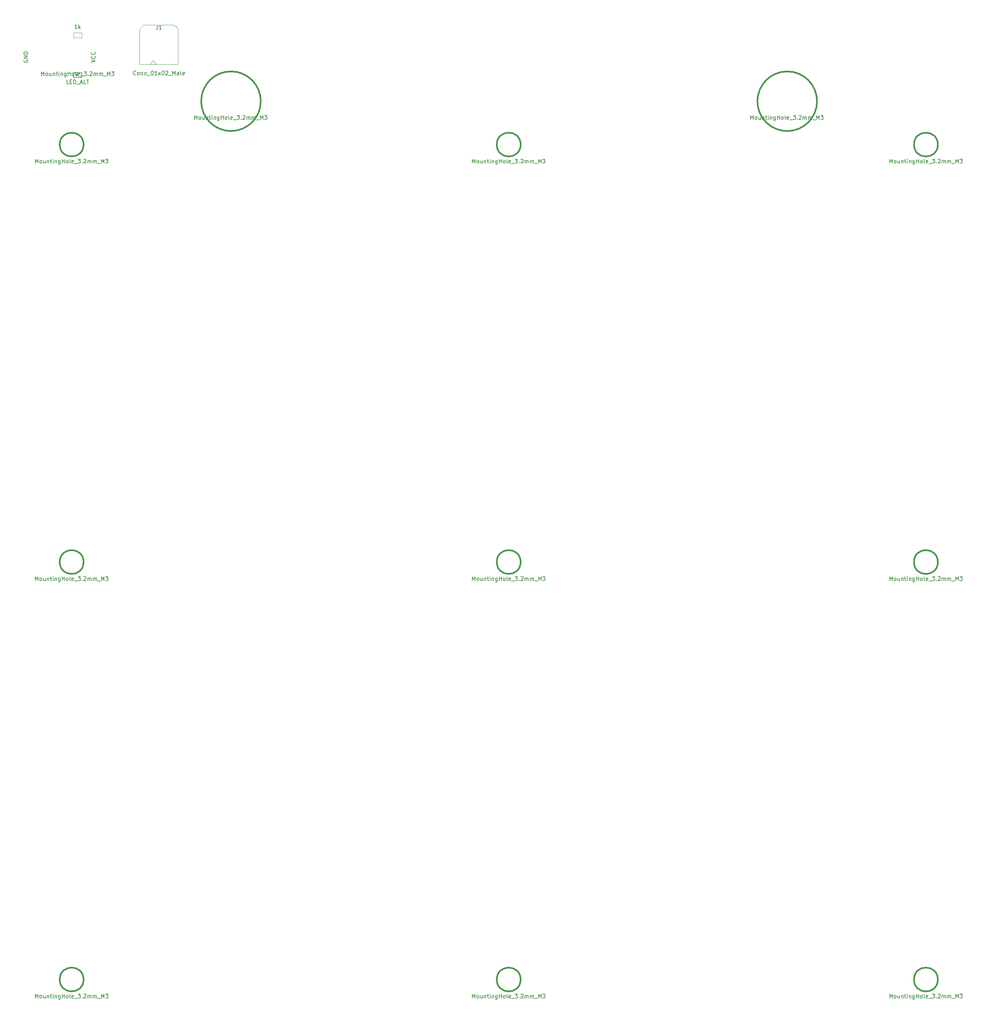
<source format=gbr>
%TF.GenerationSoftware,KiCad,Pcbnew,5.1.5*%
%TF.CreationDate,2020-05-06T17:45:38-07:00*%
%TF.ProjectId,Heatbed-MK52,48656174-6265-4642-9d4d-4b35322e6b69,rev?*%
%TF.SameCoordinates,Original*%
%TF.FileFunction,Other,Fab,Top*%
%FSLAX46Y46*%
G04 Gerber Fmt 4.6, Leading zero omitted, Abs format (unit mm)*
G04 Created by KiCad (PCBNEW 5.1.5) date 2020-05-06 17:45:38*
%MOMM*%
%LPD*%
G04 APERTURE LIST*
%ADD10C,0.400000*%
%ADD11C,0.150000*%
%ADD12C,0.100000*%
G04 APERTURE END LIST*
D10*
X204600000Y230900000D02*
G75*
G03X204600000Y230900000I-7500000J0D01*
G01*
X64600000Y230900000D02*
G75*
G03X64600000Y230900000I-7500000J0D01*
G01*
X130000000Y10000000D02*
G75*
G03X130000000Y10000000I-3000000J0D01*
G01*
X20000000Y115000000D02*
G75*
G03X20000000Y115000000I-3000000J0D01*
G01*
X235000000Y115000000D02*
G75*
G03X235000000Y115000000I-3000000J0D01*
G01*
X130000000Y115000000D02*
G75*
G03X130000000Y115000000I-3000000J0D01*
G01*
X130000000Y220000000D02*
G75*
G03X130000000Y220000000I-3000000J0D01*
G01*
X235000000Y10000000D02*
G75*
G03X235000000Y10000000I-3000000J0D01*
G01*
X20000000Y10000000D02*
G75*
G03X20000000Y10000000I-3000000J0D01*
G01*
X235000000Y220000000D02*
G75*
G03X235000000Y220000000I-3000000J0D01*
G01*
X20000000Y220000000D02*
G75*
G03X20000000Y220000000I-3000000J0D01*
G01*
D11*
%TO.C,D1*%
X17500000Y238100000D02*
X17500000Y236900000D01*
X17500000Y236900000D02*
X19500000Y236900000D01*
X19500000Y236900000D02*
X19500000Y238100000D01*
X19500000Y238100000D02*
X17500000Y238100000D01*
X18500000Y237800000D02*
X18500000Y237200000D01*
X18500000Y237200000D02*
X18200000Y237500000D01*
X18200000Y237500000D02*
X18500000Y237800000D01*
X18100000Y237800000D02*
X18100000Y237200000D01*
D12*
%TO.C,R1*%
X19500000Y248125000D02*
X19500000Y246875000D01*
X17500000Y248125000D02*
X19500000Y248125000D01*
X17500000Y246875000D02*
X17500000Y248125000D01*
X19500000Y246875000D02*
X17500000Y246875000D01*
%TO.C,J1*%
X34145000Y240210000D02*
X34145000Y249110000D01*
X34145000Y249110000D02*
X35145000Y250110000D01*
X35145000Y250110000D02*
X42795000Y250110000D01*
X42795000Y250110000D02*
X43795000Y249110000D01*
X43795000Y249110000D02*
X43795000Y240210000D01*
X43795000Y240210000D02*
X34145000Y240210000D01*
X36720000Y240210000D02*
X37470000Y241190000D01*
X37470000Y241190000D02*
X38220000Y240210000D01*
%TD*%
%TO.C,REF\002A\002A*%
D11*
X222880952Y5347619D02*
X222880952Y6347619D01*
X223214285Y5633333D01*
X223547619Y6347619D01*
X223547619Y5347619D01*
X224166666Y5347619D02*
X224071428Y5395238D01*
X224023809Y5442857D01*
X223976190Y5538095D01*
X223976190Y5823809D01*
X224023809Y5919047D01*
X224071428Y5966666D01*
X224166666Y6014285D01*
X224309523Y6014285D01*
X224404761Y5966666D01*
X224452380Y5919047D01*
X224500000Y5823809D01*
X224500000Y5538095D01*
X224452380Y5442857D01*
X224404761Y5395238D01*
X224309523Y5347619D01*
X224166666Y5347619D01*
X225357142Y6014285D02*
X225357142Y5347619D01*
X224928571Y6014285D02*
X224928571Y5490476D01*
X224976190Y5395238D01*
X225071428Y5347619D01*
X225214285Y5347619D01*
X225309523Y5395238D01*
X225357142Y5442857D01*
X225833333Y6014285D02*
X225833333Y5347619D01*
X225833333Y5919047D02*
X225880952Y5966666D01*
X225976190Y6014285D01*
X226119047Y6014285D01*
X226214285Y5966666D01*
X226261904Y5871428D01*
X226261904Y5347619D01*
X226595238Y6014285D02*
X226976190Y6014285D01*
X226738095Y6347619D02*
X226738095Y5490476D01*
X226785714Y5395238D01*
X226880952Y5347619D01*
X226976190Y5347619D01*
X227309523Y5347619D02*
X227309523Y6014285D01*
X227309523Y6347619D02*
X227261904Y6300000D01*
X227309523Y6252380D01*
X227357142Y6300000D01*
X227309523Y6347619D01*
X227309523Y6252380D01*
X227785714Y6014285D02*
X227785714Y5347619D01*
X227785714Y5919047D02*
X227833333Y5966666D01*
X227928571Y6014285D01*
X228071428Y6014285D01*
X228166666Y5966666D01*
X228214285Y5871428D01*
X228214285Y5347619D01*
X229119047Y6014285D02*
X229119047Y5204761D01*
X229071428Y5109523D01*
X229023809Y5061904D01*
X228928571Y5014285D01*
X228785714Y5014285D01*
X228690476Y5061904D01*
X229119047Y5395238D02*
X229023809Y5347619D01*
X228833333Y5347619D01*
X228738095Y5395238D01*
X228690476Y5442857D01*
X228642857Y5538095D01*
X228642857Y5823809D01*
X228690476Y5919047D01*
X228738095Y5966666D01*
X228833333Y6014285D01*
X229023809Y6014285D01*
X229119047Y5966666D01*
X229595238Y5347619D02*
X229595238Y6347619D01*
X229595238Y5871428D02*
X230166666Y5871428D01*
X230166666Y5347619D02*
X230166666Y6347619D01*
X230785714Y5347619D02*
X230690476Y5395238D01*
X230642857Y5442857D01*
X230595238Y5538095D01*
X230595238Y5823809D01*
X230642857Y5919047D01*
X230690476Y5966666D01*
X230785714Y6014285D01*
X230928571Y6014285D01*
X231023809Y5966666D01*
X231071428Y5919047D01*
X231119047Y5823809D01*
X231119047Y5538095D01*
X231071428Y5442857D01*
X231023809Y5395238D01*
X230928571Y5347619D01*
X230785714Y5347619D01*
X231690476Y5347619D02*
X231595238Y5395238D01*
X231547619Y5490476D01*
X231547619Y6347619D01*
X232452380Y5395238D02*
X232357142Y5347619D01*
X232166666Y5347619D01*
X232071428Y5395238D01*
X232023809Y5490476D01*
X232023809Y5871428D01*
X232071428Y5966666D01*
X232166666Y6014285D01*
X232357142Y6014285D01*
X232452380Y5966666D01*
X232500000Y5871428D01*
X232500000Y5776190D01*
X232023809Y5680952D01*
X232690476Y5252380D02*
X233452380Y5252380D01*
X233595238Y6347619D02*
X234214285Y6347619D01*
X233880952Y5966666D01*
X234023809Y5966666D01*
X234119047Y5919047D01*
X234166666Y5871428D01*
X234214285Y5776190D01*
X234214285Y5538095D01*
X234166666Y5442857D01*
X234119047Y5395238D01*
X234023809Y5347619D01*
X233738095Y5347619D01*
X233642857Y5395238D01*
X233595238Y5442857D01*
X234642857Y5442857D02*
X234690476Y5395238D01*
X234642857Y5347619D01*
X234595238Y5395238D01*
X234642857Y5442857D01*
X234642857Y5347619D01*
X235071428Y6252380D02*
X235119047Y6300000D01*
X235214285Y6347619D01*
X235452380Y6347619D01*
X235547619Y6300000D01*
X235595238Y6252380D01*
X235642857Y6157142D01*
X235642857Y6061904D01*
X235595238Y5919047D01*
X235023809Y5347619D01*
X235642857Y5347619D01*
X236071428Y5347619D02*
X236071428Y6014285D01*
X236071428Y5919047D02*
X236119047Y5966666D01*
X236214285Y6014285D01*
X236357142Y6014285D01*
X236452380Y5966666D01*
X236500000Y5871428D01*
X236500000Y5347619D01*
X236500000Y5871428D02*
X236547619Y5966666D01*
X236642857Y6014285D01*
X236785714Y6014285D01*
X236880952Y5966666D01*
X236928571Y5871428D01*
X236928571Y5347619D01*
X237404761Y5347619D02*
X237404761Y6014285D01*
X237404761Y5919047D02*
X237452380Y5966666D01*
X237547619Y6014285D01*
X237690476Y6014285D01*
X237785714Y5966666D01*
X237833333Y5871428D01*
X237833333Y5347619D01*
X237833333Y5871428D02*
X237880952Y5966666D01*
X237976190Y6014285D01*
X238119047Y6014285D01*
X238214285Y5966666D01*
X238261904Y5871428D01*
X238261904Y5347619D01*
X238500000Y5252380D02*
X239261904Y5252380D01*
X239500000Y5347619D02*
X239500000Y6347619D01*
X239833333Y5633333D01*
X240166666Y6347619D01*
X240166666Y5347619D01*
X240547619Y6347619D02*
X241166666Y6347619D01*
X240833333Y5966666D01*
X240976190Y5966666D01*
X241071428Y5919047D01*
X241119047Y5871428D01*
X241166666Y5776190D01*
X241166666Y5538095D01*
X241119047Y5442857D01*
X241071428Y5395238D01*
X240976190Y5347619D01*
X240690476Y5347619D01*
X240595238Y5395238D01*
X240547619Y5442857D01*
X117880952Y5347619D02*
X117880952Y6347619D01*
X118214285Y5633333D01*
X118547619Y6347619D01*
X118547619Y5347619D01*
X119166666Y5347619D02*
X119071428Y5395238D01*
X119023809Y5442857D01*
X118976190Y5538095D01*
X118976190Y5823809D01*
X119023809Y5919047D01*
X119071428Y5966666D01*
X119166666Y6014285D01*
X119309523Y6014285D01*
X119404761Y5966666D01*
X119452380Y5919047D01*
X119499999Y5823809D01*
X119499999Y5538095D01*
X119452380Y5442857D01*
X119404761Y5395238D01*
X119309523Y5347619D01*
X119166666Y5347619D01*
X120357142Y6014285D02*
X120357142Y5347619D01*
X119928571Y6014285D02*
X119928571Y5490476D01*
X119976190Y5395238D01*
X120071428Y5347619D01*
X120214285Y5347619D01*
X120309523Y5395238D01*
X120357142Y5442857D01*
X120833333Y6014285D02*
X120833333Y5347619D01*
X120833333Y5919047D02*
X120880952Y5966666D01*
X120976190Y6014285D01*
X121119047Y6014285D01*
X121214285Y5966666D01*
X121261904Y5871428D01*
X121261904Y5347619D01*
X121595238Y6014285D02*
X121976190Y6014285D01*
X121738095Y6347619D02*
X121738095Y5490476D01*
X121785714Y5395238D01*
X121880952Y5347619D01*
X121976190Y5347619D01*
X122309523Y5347619D02*
X122309523Y6014285D01*
X122309523Y6347619D02*
X122261904Y6300000D01*
X122309523Y6252380D01*
X122357142Y6300000D01*
X122309523Y6347619D01*
X122309523Y6252380D01*
X122785714Y6014285D02*
X122785714Y5347619D01*
X122785714Y5919047D02*
X122833333Y5966666D01*
X122928571Y6014285D01*
X123071428Y6014285D01*
X123166666Y5966666D01*
X123214285Y5871428D01*
X123214285Y5347619D01*
X124119047Y6014285D02*
X124119047Y5204761D01*
X124071428Y5109523D01*
X124023809Y5061904D01*
X123928571Y5014285D01*
X123785714Y5014285D01*
X123690476Y5061904D01*
X124119047Y5395238D02*
X124023809Y5347619D01*
X123833333Y5347619D01*
X123738095Y5395238D01*
X123690476Y5442857D01*
X123642857Y5538095D01*
X123642857Y5823809D01*
X123690476Y5919047D01*
X123738095Y5966666D01*
X123833333Y6014285D01*
X124023809Y6014285D01*
X124119047Y5966666D01*
X124595238Y5347619D02*
X124595238Y6347619D01*
X124595238Y5871428D02*
X125166666Y5871428D01*
X125166666Y5347619D02*
X125166666Y6347619D01*
X125785714Y5347619D02*
X125690476Y5395238D01*
X125642857Y5442857D01*
X125595238Y5538095D01*
X125595238Y5823809D01*
X125642857Y5919047D01*
X125690476Y5966666D01*
X125785714Y6014285D01*
X125928571Y6014285D01*
X126023809Y5966666D01*
X126071428Y5919047D01*
X126119047Y5823809D01*
X126119047Y5538095D01*
X126071428Y5442857D01*
X126023809Y5395238D01*
X125928571Y5347619D01*
X125785714Y5347619D01*
X126690476Y5347619D02*
X126595238Y5395238D01*
X126547619Y5490476D01*
X126547619Y6347619D01*
X127452380Y5395238D02*
X127357142Y5347619D01*
X127166666Y5347619D01*
X127071428Y5395238D01*
X127023809Y5490476D01*
X127023809Y5871428D01*
X127071428Y5966666D01*
X127166666Y6014285D01*
X127357142Y6014285D01*
X127452380Y5966666D01*
X127499999Y5871428D01*
X127499999Y5776190D01*
X127023809Y5680952D01*
X127690476Y5252380D02*
X128452380Y5252380D01*
X128595238Y6347619D02*
X129214285Y6347619D01*
X128880952Y5966666D01*
X129023809Y5966666D01*
X129119047Y5919047D01*
X129166666Y5871428D01*
X129214285Y5776190D01*
X129214285Y5538095D01*
X129166666Y5442857D01*
X129119047Y5395238D01*
X129023809Y5347619D01*
X128738095Y5347619D01*
X128642857Y5395238D01*
X128595238Y5442857D01*
X129642857Y5442857D02*
X129690476Y5395238D01*
X129642857Y5347619D01*
X129595238Y5395238D01*
X129642857Y5442857D01*
X129642857Y5347619D01*
X130071428Y6252380D02*
X130119047Y6300000D01*
X130214285Y6347619D01*
X130452380Y6347619D01*
X130547619Y6300000D01*
X130595238Y6252380D01*
X130642857Y6157142D01*
X130642857Y6061904D01*
X130595238Y5919047D01*
X130023809Y5347619D01*
X130642857Y5347619D01*
X131071428Y5347619D02*
X131071428Y6014285D01*
X131071428Y5919047D02*
X131119047Y5966666D01*
X131214285Y6014285D01*
X131357142Y6014285D01*
X131452380Y5966666D01*
X131499999Y5871428D01*
X131499999Y5347619D01*
X131499999Y5871428D02*
X131547619Y5966666D01*
X131642857Y6014285D01*
X131785714Y6014285D01*
X131880952Y5966666D01*
X131928571Y5871428D01*
X131928571Y5347619D01*
X132404761Y5347619D02*
X132404761Y6014285D01*
X132404761Y5919047D02*
X132452380Y5966666D01*
X132547619Y6014285D01*
X132690476Y6014285D01*
X132785714Y5966666D01*
X132833333Y5871428D01*
X132833333Y5347619D01*
X132833333Y5871428D02*
X132880952Y5966666D01*
X132976190Y6014285D01*
X133119047Y6014285D01*
X133214285Y5966666D01*
X133261904Y5871428D01*
X133261904Y5347619D01*
X133499999Y5252380D02*
X134261904Y5252380D01*
X134500000Y5347619D02*
X134500000Y6347619D01*
X134833333Y5633333D01*
X135166666Y6347619D01*
X135166666Y5347619D01*
X135547619Y6347619D02*
X136166666Y6347619D01*
X135833333Y5966666D01*
X135976190Y5966666D01*
X136071428Y5919047D01*
X136119047Y5871428D01*
X136166666Y5776190D01*
X136166666Y5538095D01*
X136119047Y5442857D01*
X136071428Y5395238D01*
X135976190Y5347619D01*
X135690476Y5347619D01*
X135595238Y5395238D01*
X135547619Y5442857D01*
X7880952Y5347619D02*
X7880952Y6347619D01*
X8214285Y5633333D01*
X8547619Y6347619D01*
X8547619Y5347619D01*
X9166666Y5347619D02*
X9071428Y5395238D01*
X9023809Y5442857D01*
X8976190Y5538095D01*
X8976190Y5823809D01*
X9023809Y5919047D01*
X9071428Y5966666D01*
X9166666Y6014285D01*
X9309523Y6014285D01*
X9404761Y5966666D01*
X9452380Y5919047D01*
X9499999Y5823809D01*
X9499999Y5538095D01*
X9452380Y5442857D01*
X9404761Y5395238D01*
X9309523Y5347619D01*
X9166666Y5347619D01*
X10357142Y6014285D02*
X10357142Y5347619D01*
X9928571Y6014285D02*
X9928571Y5490476D01*
X9976190Y5395238D01*
X10071428Y5347619D01*
X10214285Y5347619D01*
X10309523Y5395238D01*
X10357142Y5442857D01*
X10833333Y6014285D02*
X10833333Y5347619D01*
X10833333Y5919047D02*
X10880952Y5966666D01*
X10976190Y6014285D01*
X11119047Y6014285D01*
X11214285Y5966666D01*
X11261904Y5871428D01*
X11261904Y5347619D01*
X11595238Y6014285D02*
X11976190Y6014285D01*
X11738095Y6347619D02*
X11738095Y5490476D01*
X11785714Y5395238D01*
X11880952Y5347619D01*
X11976190Y5347619D01*
X12309523Y5347619D02*
X12309523Y6014285D01*
X12309523Y6347619D02*
X12261904Y6300000D01*
X12309523Y6252380D01*
X12357142Y6300000D01*
X12309523Y6347619D01*
X12309523Y6252380D01*
X12785714Y6014285D02*
X12785714Y5347619D01*
X12785714Y5919047D02*
X12833333Y5966666D01*
X12928571Y6014285D01*
X13071428Y6014285D01*
X13166666Y5966666D01*
X13214285Y5871428D01*
X13214285Y5347619D01*
X14119047Y6014285D02*
X14119047Y5204761D01*
X14071428Y5109523D01*
X14023809Y5061904D01*
X13928571Y5014285D01*
X13785714Y5014285D01*
X13690476Y5061904D01*
X14119047Y5395238D02*
X14023809Y5347619D01*
X13833333Y5347619D01*
X13738095Y5395238D01*
X13690476Y5442857D01*
X13642857Y5538095D01*
X13642857Y5823809D01*
X13690476Y5919047D01*
X13738095Y5966666D01*
X13833333Y6014285D01*
X14023809Y6014285D01*
X14119047Y5966666D01*
X14595238Y5347619D02*
X14595238Y6347619D01*
X14595238Y5871428D02*
X15166666Y5871428D01*
X15166666Y5347619D02*
X15166666Y6347619D01*
X15785714Y5347619D02*
X15690476Y5395238D01*
X15642857Y5442857D01*
X15595238Y5538095D01*
X15595238Y5823809D01*
X15642857Y5919047D01*
X15690476Y5966666D01*
X15785714Y6014285D01*
X15928571Y6014285D01*
X16023809Y5966666D01*
X16071428Y5919047D01*
X16119047Y5823809D01*
X16119047Y5538095D01*
X16071428Y5442857D01*
X16023809Y5395238D01*
X15928571Y5347619D01*
X15785714Y5347619D01*
X16690476Y5347619D02*
X16595238Y5395238D01*
X16547619Y5490476D01*
X16547619Y6347619D01*
X17452380Y5395238D02*
X17357142Y5347619D01*
X17166666Y5347619D01*
X17071428Y5395238D01*
X17023809Y5490476D01*
X17023809Y5871428D01*
X17071428Y5966666D01*
X17166666Y6014285D01*
X17357142Y6014285D01*
X17452380Y5966666D01*
X17499999Y5871428D01*
X17499999Y5776190D01*
X17023809Y5680952D01*
X17690476Y5252380D02*
X18452380Y5252380D01*
X18595238Y6347619D02*
X19214285Y6347619D01*
X18880952Y5966666D01*
X19023809Y5966666D01*
X19119047Y5919047D01*
X19166666Y5871428D01*
X19214285Y5776190D01*
X19214285Y5538095D01*
X19166666Y5442857D01*
X19119047Y5395238D01*
X19023809Y5347619D01*
X18738095Y5347619D01*
X18642857Y5395238D01*
X18595238Y5442857D01*
X19642857Y5442857D02*
X19690476Y5395238D01*
X19642857Y5347619D01*
X19595238Y5395238D01*
X19642857Y5442857D01*
X19642857Y5347619D01*
X20071428Y6252380D02*
X20119047Y6300000D01*
X20214285Y6347619D01*
X20452380Y6347619D01*
X20547619Y6300000D01*
X20595238Y6252380D01*
X20642857Y6157142D01*
X20642857Y6061904D01*
X20595238Y5919047D01*
X20023809Y5347619D01*
X20642857Y5347619D01*
X21071428Y5347619D02*
X21071428Y6014285D01*
X21071428Y5919047D02*
X21119047Y5966666D01*
X21214285Y6014285D01*
X21357142Y6014285D01*
X21452380Y5966666D01*
X21499999Y5871428D01*
X21499999Y5347619D01*
X21499999Y5871428D02*
X21547619Y5966666D01*
X21642857Y6014285D01*
X21785714Y6014285D01*
X21880952Y5966666D01*
X21928571Y5871428D01*
X21928571Y5347619D01*
X22404761Y5347619D02*
X22404761Y6014285D01*
X22404761Y5919047D02*
X22452380Y5966666D01*
X22547619Y6014285D01*
X22690476Y6014285D01*
X22785714Y5966666D01*
X22833333Y5871428D01*
X22833333Y5347619D01*
X22833333Y5871428D02*
X22880952Y5966666D01*
X22976190Y6014285D01*
X23119047Y6014285D01*
X23214285Y5966666D01*
X23261904Y5871428D01*
X23261904Y5347619D01*
X23499999Y5252380D02*
X24261904Y5252380D01*
X24499999Y5347619D02*
X24499999Y6347619D01*
X24833333Y5633333D01*
X25166666Y6347619D01*
X25166666Y5347619D01*
X25547619Y6347619D02*
X26166666Y6347619D01*
X25833333Y5966666D01*
X25976190Y5966666D01*
X26071428Y5919047D01*
X26119047Y5871428D01*
X26166666Y5776190D01*
X26166666Y5538095D01*
X26119047Y5442857D01*
X26071428Y5395238D01*
X25976190Y5347619D01*
X25690476Y5347619D01*
X25595238Y5395238D01*
X25547619Y5442857D01*
X7880952Y215347619D02*
X7880952Y216347619D01*
X8214285Y215633333D01*
X8547619Y216347619D01*
X8547619Y215347619D01*
X9166666Y215347619D02*
X9071428Y215395238D01*
X9023809Y215442857D01*
X8976190Y215538095D01*
X8976190Y215823809D01*
X9023809Y215919047D01*
X9071428Y215966666D01*
X9166666Y216014285D01*
X9309523Y216014285D01*
X9404761Y215966666D01*
X9452380Y215919047D01*
X9499999Y215823809D01*
X9499999Y215538095D01*
X9452380Y215442857D01*
X9404761Y215395238D01*
X9309523Y215347619D01*
X9166666Y215347619D01*
X10357142Y216014285D02*
X10357142Y215347619D01*
X9928571Y216014285D02*
X9928571Y215490476D01*
X9976190Y215395238D01*
X10071428Y215347619D01*
X10214285Y215347619D01*
X10309523Y215395238D01*
X10357142Y215442857D01*
X10833333Y216014285D02*
X10833333Y215347619D01*
X10833333Y215919047D02*
X10880952Y215966666D01*
X10976190Y216014285D01*
X11119047Y216014285D01*
X11214285Y215966666D01*
X11261904Y215871428D01*
X11261904Y215347619D01*
X11595238Y216014285D02*
X11976190Y216014285D01*
X11738095Y216347619D02*
X11738095Y215490476D01*
X11785714Y215395238D01*
X11880952Y215347619D01*
X11976190Y215347619D01*
X12309523Y215347619D02*
X12309523Y216014285D01*
X12309523Y216347619D02*
X12261904Y216300000D01*
X12309523Y216252380D01*
X12357142Y216300000D01*
X12309523Y216347619D01*
X12309523Y216252380D01*
X12785714Y216014285D02*
X12785714Y215347619D01*
X12785714Y215919047D02*
X12833333Y215966666D01*
X12928571Y216014285D01*
X13071428Y216014285D01*
X13166666Y215966666D01*
X13214285Y215871428D01*
X13214285Y215347619D01*
X14119047Y216014285D02*
X14119047Y215204761D01*
X14071428Y215109523D01*
X14023809Y215061904D01*
X13928571Y215014285D01*
X13785714Y215014285D01*
X13690476Y215061904D01*
X14119047Y215395238D02*
X14023809Y215347619D01*
X13833333Y215347619D01*
X13738095Y215395238D01*
X13690476Y215442857D01*
X13642857Y215538095D01*
X13642857Y215823809D01*
X13690476Y215919047D01*
X13738095Y215966666D01*
X13833333Y216014285D01*
X14023809Y216014285D01*
X14119047Y215966666D01*
X14595238Y215347619D02*
X14595238Y216347619D01*
X14595238Y215871428D02*
X15166666Y215871428D01*
X15166666Y215347619D02*
X15166666Y216347619D01*
X15785714Y215347619D02*
X15690476Y215395238D01*
X15642857Y215442857D01*
X15595238Y215538095D01*
X15595238Y215823809D01*
X15642857Y215919047D01*
X15690476Y215966666D01*
X15785714Y216014285D01*
X15928571Y216014285D01*
X16023809Y215966666D01*
X16071428Y215919047D01*
X16119047Y215823809D01*
X16119047Y215538095D01*
X16071428Y215442857D01*
X16023809Y215395238D01*
X15928571Y215347619D01*
X15785714Y215347619D01*
X16690476Y215347619D02*
X16595238Y215395238D01*
X16547619Y215490476D01*
X16547619Y216347619D01*
X17452380Y215395238D02*
X17357142Y215347619D01*
X17166666Y215347619D01*
X17071428Y215395238D01*
X17023809Y215490476D01*
X17023809Y215871428D01*
X17071428Y215966666D01*
X17166666Y216014285D01*
X17357142Y216014285D01*
X17452380Y215966666D01*
X17499999Y215871428D01*
X17499999Y215776190D01*
X17023809Y215680952D01*
X17690476Y215252380D02*
X18452380Y215252380D01*
X18595238Y216347619D02*
X19214285Y216347619D01*
X18880952Y215966666D01*
X19023809Y215966666D01*
X19119047Y215919047D01*
X19166666Y215871428D01*
X19214285Y215776190D01*
X19214285Y215538095D01*
X19166666Y215442857D01*
X19119047Y215395238D01*
X19023809Y215347619D01*
X18738095Y215347619D01*
X18642857Y215395238D01*
X18595238Y215442857D01*
X19642857Y215442857D02*
X19690476Y215395238D01*
X19642857Y215347619D01*
X19595238Y215395238D01*
X19642857Y215442857D01*
X19642857Y215347619D01*
X20071428Y216252380D02*
X20119047Y216300000D01*
X20214285Y216347619D01*
X20452380Y216347619D01*
X20547619Y216300000D01*
X20595238Y216252380D01*
X20642857Y216157142D01*
X20642857Y216061904D01*
X20595238Y215919047D01*
X20023809Y215347619D01*
X20642857Y215347619D01*
X21071428Y215347619D02*
X21071428Y216014285D01*
X21071428Y215919047D02*
X21119047Y215966666D01*
X21214285Y216014285D01*
X21357142Y216014285D01*
X21452380Y215966666D01*
X21499999Y215871428D01*
X21499999Y215347619D01*
X21499999Y215871428D02*
X21547619Y215966666D01*
X21642857Y216014285D01*
X21785714Y216014285D01*
X21880952Y215966666D01*
X21928571Y215871428D01*
X21928571Y215347619D01*
X22404761Y215347619D02*
X22404761Y216014285D01*
X22404761Y215919047D02*
X22452380Y215966666D01*
X22547619Y216014285D01*
X22690476Y216014285D01*
X22785714Y215966666D01*
X22833333Y215871428D01*
X22833333Y215347619D01*
X22833333Y215871428D02*
X22880952Y215966666D01*
X22976190Y216014285D01*
X23119047Y216014285D01*
X23214285Y215966666D01*
X23261904Y215871428D01*
X23261904Y215347619D01*
X23499999Y215252380D02*
X24261904Y215252380D01*
X24499999Y215347619D02*
X24499999Y216347619D01*
X24833333Y215633333D01*
X25166666Y216347619D01*
X25166666Y215347619D01*
X25547619Y216347619D02*
X26166666Y216347619D01*
X25833333Y215966666D01*
X25976190Y215966666D01*
X26071428Y215919047D01*
X26119047Y215871428D01*
X26166666Y215776190D01*
X26166666Y215538095D01*
X26119047Y215442857D01*
X26071428Y215395238D01*
X25976190Y215347619D01*
X25690476Y215347619D01*
X25595238Y215395238D01*
X25547619Y215442857D01*
X117880952Y215347619D02*
X117880952Y216347619D01*
X118214285Y215633333D01*
X118547619Y216347619D01*
X118547619Y215347619D01*
X119166666Y215347619D02*
X119071428Y215395238D01*
X119023809Y215442857D01*
X118976190Y215538095D01*
X118976190Y215823809D01*
X119023809Y215919047D01*
X119071428Y215966666D01*
X119166666Y216014285D01*
X119309523Y216014285D01*
X119404761Y215966666D01*
X119452380Y215919047D01*
X119499999Y215823809D01*
X119499999Y215538095D01*
X119452380Y215442857D01*
X119404761Y215395238D01*
X119309523Y215347619D01*
X119166666Y215347619D01*
X120357142Y216014285D02*
X120357142Y215347619D01*
X119928571Y216014285D02*
X119928571Y215490476D01*
X119976190Y215395238D01*
X120071428Y215347619D01*
X120214285Y215347619D01*
X120309523Y215395238D01*
X120357142Y215442857D01*
X120833333Y216014285D02*
X120833333Y215347619D01*
X120833333Y215919047D02*
X120880952Y215966666D01*
X120976190Y216014285D01*
X121119047Y216014285D01*
X121214285Y215966666D01*
X121261904Y215871428D01*
X121261904Y215347619D01*
X121595238Y216014285D02*
X121976190Y216014285D01*
X121738095Y216347619D02*
X121738095Y215490476D01*
X121785714Y215395238D01*
X121880952Y215347619D01*
X121976190Y215347619D01*
X122309523Y215347619D02*
X122309523Y216014285D01*
X122309523Y216347619D02*
X122261904Y216300000D01*
X122309523Y216252380D01*
X122357142Y216300000D01*
X122309523Y216347619D01*
X122309523Y216252380D01*
X122785714Y216014285D02*
X122785714Y215347619D01*
X122785714Y215919047D02*
X122833333Y215966666D01*
X122928571Y216014285D01*
X123071428Y216014285D01*
X123166666Y215966666D01*
X123214285Y215871428D01*
X123214285Y215347619D01*
X124119047Y216014285D02*
X124119047Y215204761D01*
X124071428Y215109523D01*
X124023809Y215061904D01*
X123928571Y215014285D01*
X123785714Y215014285D01*
X123690476Y215061904D01*
X124119047Y215395238D02*
X124023809Y215347619D01*
X123833333Y215347619D01*
X123738095Y215395238D01*
X123690476Y215442857D01*
X123642857Y215538095D01*
X123642857Y215823809D01*
X123690476Y215919047D01*
X123738095Y215966666D01*
X123833333Y216014285D01*
X124023809Y216014285D01*
X124119047Y215966666D01*
X124595238Y215347619D02*
X124595238Y216347619D01*
X124595238Y215871428D02*
X125166666Y215871428D01*
X125166666Y215347619D02*
X125166666Y216347619D01*
X125785714Y215347619D02*
X125690476Y215395238D01*
X125642857Y215442857D01*
X125595238Y215538095D01*
X125595238Y215823809D01*
X125642857Y215919047D01*
X125690476Y215966666D01*
X125785714Y216014285D01*
X125928571Y216014285D01*
X126023809Y215966666D01*
X126071428Y215919047D01*
X126119047Y215823809D01*
X126119047Y215538095D01*
X126071428Y215442857D01*
X126023809Y215395238D01*
X125928571Y215347619D01*
X125785714Y215347619D01*
X126690476Y215347619D02*
X126595238Y215395238D01*
X126547619Y215490476D01*
X126547619Y216347619D01*
X127452380Y215395238D02*
X127357142Y215347619D01*
X127166666Y215347619D01*
X127071428Y215395238D01*
X127023809Y215490476D01*
X127023809Y215871428D01*
X127071428Y215966666D01*
X127166666Y216014285D01*
X127357142Y216014285D01*
X127452380Y215966666D01*
X127499999Y215871428D01*
X127499999Y215776190D01*
X127023809Y215680952D01*
X127690476Y215252380D02*
X128452380Y215252380D01*
X128595238Y216347619D02*
X129214285Y216347619D01*
X128880952Y215966666D01*
X129023809Y215966666D01*
X129119047Y215919047D01*
X129166666Y215871428D01*
X129214285Y215776190D01*
X129214285Y215538095D01*
X129166666Y215442857D01*
X129119047Y215395238D01*
X129023809Y215347619D01*
X128738095Y215347619D01*
X128642857Y215395238D01*
X128595238Y215442857D01*
X129642857Y215442857D02*
X129690476Y215395238D01*
X129642857Y215347619D01*
X129595238Y215395238D01*
X129642857Y215442857D01*
X129642857Y215347619D01*
X130071428Y216252380D02*
X130119047Y216300000D01*
X130214285Y216347619D01*
X130452380Y216347619D01*
X130547619Y216300000D01*
X130595238Y216252380D01*
X130642857Y216157142D01*
X130642857Y216061904D01*
X130595238Y215919047D01*
X130023809Y215347619D01*
X130642857Y215347619D01*
X131071428Y215347619D02*
X131071428Y216014285D01*
X131071428Y215919047D02*
X131119047Y215966666D01*
X131214285Y216014285D01*
X131357142Y216014285D01*
X131452380Y215966666D01*
X131499999Y215871428D01*
X131499999Y215347619D01*
X131499999Y215871428D02*
X131547619Y215966666D01*
X131642857Y216014285D01*
X131785714Y216014285D01*
X131880952Y215966666D01*
X131928571Y215871428D01*
X131928571Y215347619D01*
X132404761Y215347619D02*
X132404761Y216014285D01*
X132404761Y215919047D02*
X132452380Y215966666D01*
X132547619Y216014285D01*
X132690476Y216014285D01*
X132785714Y215966666D01*
X132833333Y215871428D01*
X132833333Y215347619D01*
X132833333Y215871428D02*
X132880952Y215966666D01*
X132976190Y216014285D01*
X133119047Y216014285D01*
X133214285Y215966666D01*
X133261904Y215871428D01*
X133261904Y215347619D01*
X133499999Y215252380D02*
X134261904Y215252380D01*
X134500000Y215347619D02*
X134500000Y216347619D01*
X134833333Y215633333D01*
X135166666Y216347619D01*
X135166666Y215347619D01*
X135547619Y216347619D02*
X136166666Y216347619D01*
X135833333Y215966666D01*
X135976190Y215966666D01*
X136071428Y215919047D01*
X136119047Y215871428D01*
X136166666Y215776190D01*
X136166666Y215538095D01*
X136119047Y215442857D01*
X136071428Y215395238D01*
X135976190Y215347619D01*
X135690476Y215347619D01*
X135595238Y215395238D01*
X135547619Y215442857D01*
X222880952Y215347619D02*
X222880952Y216347619D01*
X223214285Y215633333D01*
X223547619Y216347619D01*
X223547619Y215347619D01*
X224166666Y215347619D02*
X224071428Y215395238D01*
X224023809Y215442857D01*
X223976190Y215538095D01*
X223976190Y215823809D01*
X224023809Y215919047D01*
X224071428Y215966666D01*
X224166666Y216014285D01*
X224309523Y216014285D01*
X224404761Y215966666D01*
X224452380Y215919047D01*
X224500000Y215823809D01*
X224500000Y215538095D01*
X224452380Y215442857D01*
X224404761Y215395238D01*
X224309523Y215347619D01*
X224166666Y215347619D01*
X225357142Y216014285D02*
X225357142Y215347619D01*
X224928571Y216014285D02*
X224928571Y215490476D01*
X224976190Y215395238D01*
X225071428Y215347619D01*
X225214285Y215347619D01*
X225309523Y215395238D01*
X225357142Y215442857D01*
X225833333Y216014285D02*
X225833333Y215347619D01*
X225833333Y215919047D02*
X225880952Y215966666D01*
X225976190Y216014285D01*
X226119047Y216014285D01*
X226214285Y215966666D01*
X226261904Y215871428D01*
X226261904Y215347619D01*
X226595238Y216014285D02*
X226976190Y216014285D01*
X226738095Y216347619D02*
X226738095Y215490476D01*
X226785714Y215395238D01*
X226880952Y215347619D01*
X226976190Y215347619D01*
X227309523Y215347619D02*
X227309523Y216014285D01*
X227309523Y216347619D02*
X227261904Y216300000D01*
X227309523Y216252380D01*
X227357142Y216300000D01*
X227309523Y216347619D01*
X227309523Y216252380D01*
X227785714Y216014285D02*
X227785714Y215347619D01*
X227785714Y215919047D02*
X227833333Y215966666D01*
X227928571Y216014285D01*
X228071428Y216014285D01*
X228166666Y215966666D01*
X228214285Y215871428D01*
X228214285Y215347619D01*
X229119047Y216014285D02*
X229119047Y215204761D01*
X229071428Y215109523D01*
X229023809Y215061904D01*
X228928571Y215014285D01*
X228785714Y215014285D01*
X228690476Y215061904D01*
X229119047Y215395238D02*
X229023809Y215347619D01*
X228833333Y215347619D01*
X228738095Y215395238D01*
X228690476Y215442857D01*
X228642857Y215538095D01*
X228642857Y215823809D01*
X228690476Y215919047D01*
X228738095Y215966666D01*
X228833333Y216014285D01*
X229023809Y216014285D01*
X229119047Y215966666D01*
X229595238Y215347619D02*
X229595238Y216347619D01*
X229595238Y215871428D02*
X230166666Y215871428D01*
X230166666Y215347619D02*
X230166666Y216347619D01*
X230785714Y215347619D02*
X230690476Y215395238D01*
X230642857Y215442857D01*
X230595238Y215538095D01*
X230595238Y215823809D01*
X230642857Y215919047D01*
X230690476Y215966666D01*
X230785714Y216014285D01*
X230928571Y216014285D01*
X231023809Y215966666D01*
X231071428Y215919047D01*
X231119047Y215823809D01*
X231119047Y215538095D01*
X231071428Y215442857D01*
X231023809Y215395238D01*
X230928571Y215347619D01*
X230785714Y215347619D01*
X231690476Y215347619D02*
X231595238Y215395238D01*
X231547619Y215490476D01*
X231547619Y216347619D01*
X232452380Y215395238D02*
X232357142Y215347619D01*
X232166666Y215347619D01*
X232071428Y215395238D01*
X232023809Y215490476D01*
X232023809Y215871428D01*
X232071428Y215966666D01*
X232166666Y216014285D01*
X232357142Y216014285D01*
X232452380Y215966666D01*
X232500000Y215871428D01*
X232500000Y215776190D01*
X232023809Y215680952D01*
X232690476Y215252380D02*
X233452380Y215252380D01*
X233595238Y216347619D02*
X234214285Y216347619D01*
X233880952Y215966666D01*
X234023809Y215966666D01*
X234119047Y215919047D01*
X234166666Y215871428D01*
X234214285Y215776190D01*
X234214285Y215538095D01*
X234166666Y215442857D01*
X234119047Y215395238D01*
X234023809Y215347619D01*
X233738095Y215347619D01*
X233642857Y215395238D01*
X233595238Y215442857D01*
X234642857Y215442857D02*
X234690476Y215395238D01*
X234642857Y215347619D01*
X234595238Y215395238D01*
X234642857Y215442857D01*
X234642857Y215347619D01*
X235071428Y216252380D02*
X235119047Y216300000D01*
X235214285Y216347619D01*
X235452380Y216347619D01*
X235547619Y216300000D01*
X235595238Y216252380D01*
X235642857Y216157142D01*
X235642857Y216061904D01*
X235595238Y215919047D01*
X235023809Y215347619D01*
X235642857Y215347619D01*
X236071428Y215347619D02*
X236071428Y216014285D01*
X236071428Y215919047D02*
X236119047Y215966666D01*
X236214285Y216014285D01*
X236357142Y216014285D01*
X236452380Y215966666D01*
X236500000Y215871428D01*
X236500000Y215347619D01*
X236500000Y215871428D02*
X236547619Y215966666D01*
X236642857Y216014285D01*
X236785714Y216014285D01*
X236880952Y215966666D01*
X236928571Y215871428D01*
X236928571Y215347619D01*
X237404761Y215347619D02*
X237404761Y216014285D01*
X237404761Y215919047D02*
X237452380Y215966666D01*
X237547619Y216014285D01*
X237690476Y216014285D01*
X237785714Y215966666D01*
X237833333Y215871428D01*
X237833333Y215347619D01*
X237833333Y215871428D02*
X237880952Y215966666D01*
X237976190Y216014285D01*
X238119047Y216014285D01*
X238214285Y215966666D01*
X238261904Y215871428D01*
X238261904Y215347619D01*
X238500000Y215252380D02*
X239261904Y215252380D01*
X239500000Y215347619D02*
X239500000Y216347619D01*
X239833333Y215633333D01*
X240166666Y216347619D01*
X240166666Y215347619D01*
X240547619Y216347619D02*
X241166666Y216347619D01*
X240833333Y215966666D01*
X240976190Y215966666D01*
X241071428Y215919047D01*
X241119047Y215871428D01*
X241166666Y215776190D01*
X241166666Y215538095D01*
X241119047Y215442857D01*
X241071428Y215395238D01*
X240976190Y215347619D01*
X240690476Y215347619D01*
X240595238Y215395238D01*
X240547619Y215442857D01*
X222880952Y110347619D02*
X222880952Y111347619D01*
X223214285Y110633333D01*
X223547619Y111347619D01*
X223547619Y110347619D01*
X224166666Y110347619D02*
X224071428Y110395238D01*
X224023809Y110442857D01*
X223976190Y110538095D01*
X223976190Y110823809D01*
X224023809Y110919047D01*
X224071428Y110966666D01*
X224166666Y111014285D01*
X224309523Y111014285D01*
X224404761Y110966666D01*
X224452380Y110919047D01*
X224500000Y110823809D01*
X224500000Y110538095D01*
X224452380Y110442857D01*
X224404761Y110395238D01*
X224309523Y110347619D01*
X224166666Y110347619D01*
X225357142Y111014285D02*
X225357142Y110347619D01*
X224928571Y111014285D02*
X224928571Y110490476D01*
X224976190Y110395238D01*
X225071428Y110347619D01*
X225214285Y110347619D01*
X225309523Y110395238D01*
X225357142Y110442857D01*
X225833333Y111014285D02*
X225833333Y110347619D01*
X225833333Y110919047D02*
X225880952Y110966666D01*
X225976190Y111014285D01*
X226119047Y111014285D01*
X226214285Y110966666D01*
X226261904Y110871428D01*
X226261904Y110347619D01*
X226595238Y111014285D02*
X226976190Y111014285D01*
X226738095Y111347619D02*
X226738095Y110490476D01*
X226785714Y110395238D01*
X226880952Y110347619D01*
X226976190Y110347619D01*
X227309523Y110347619D02*
X227309523Y111014285D01*
X227309523Y111347619D02*
X227261904Y111300000D01*
X227309523Y111252380D01*
X227357142Y111300000D01*
X227309523Y111347619D01*
X227309523Y111252380D01*
X227785714Y111014285D02*
X227785714Y110347619D01*
X227785714Y110919047D02*
X227833333Y110966666D01*
X227928571Y111014285D01*
X228071428Y111014285D01*
X228166666Y110966666D01*
X228214285Y110871428D01*
X228214285Y110347619D01*
X229119047Y111014285D02*
X229119047Y110204761D01*
X229071428Y110109523D01*
X229023809Y110061904D01*
X228928571Y110014285D01*
X228785714Y110014285D01*
X228690476Y110061904D01*
X229119047Y110395238D02*
X229023809Y110347619D01*
X228833333Y110347619D01*
X228738095Y110395238D01*
X228690476Y110442857D01*
X228642857Y110538095D01*
X228642857Y110823809D01*
X228690476Y110919047D01*
X228738095Y110966666D01*
X228833333Y111014285D01*
X229023809Y111014285D01*
X229119047Y110966666D01*
X229595238Y110347619D02*
X229595238Y111347619D01*
X229595238Y110871428D02*
X230166666Y110871428D01*
X230166666Y110347619D02*
X230166666Y111347619D01*
X230785714Y110347619D02*
X230690476Y110395238D01*
X230642857Y110442857D01*
X230595238Y110538095D01*
X230595238Y110823809D01*
X230642857Y110919047D01*
X230690476Y110966666D01*
X230785714Y111014285D01*
X230928571Y111014285D01*
X231023809Y110966666D01*
X231071428Y110919047D01*
X231119047Y110823809D01*
X231119047Y110538095D01*
X231071428Y110442857D01*
X231023809Y110395238D01*
X230928571Y110347619D01*
X230785714Y110347619D01*
X231690476Y110347619D02*
X231595238Y110395238D01*
X231547619Y110490476D01*
X231547619Y111347619D01*
X232452380Y110395238D02*
X232357142Y110347619D01*
X232166666Y110347619D01*
X232071428Y110395238D01*
X232023809Y110490476D01*
X232023809Y110871428D01*
X232071428Y110966666D01*
X232166666Y111014285D01*
X232357142Y111014285D01*
X232452380Y110966666D01*
X232500000Y110871428D01*
X232500000Y110776190D01*
X232023809Y110680952D01*
X232690476Y110252380D02*
X233452380Y110252380D01*
X233595238Y111347619D02*
X234214285Y111347619D01*
X233880952Y110966666D01*
X234023809Y110966666D01*
X234119047Y110919047D01*
X234166666Y110871428D01*
X234214285Y110776190D01*
X234214285Y110538095D01*
X234166666Y110442857D01*
X234119047Y110395238D01*
X234023809Y110347619D01*
X233738095Y110347619D01*
X233642857Y110395238D01*
X233595238Y110442857D01*
X234642857Y110442857D02*
X234690476Y110395238D01*
X234642857Y110347619D01*
X234595238Y110395238D01*
X234642857Y110442857D01*
X234642857Y110347619D01*
X235071428Y111252380D02*
X235119047Y111300000D01*
X235214285Y111347619D01*
X235452380Y111347619D01*
X235547619Y111300000D01*
X235595238Y111252380D01*
X235642857Y111157142D01*
X235642857Y111061904D01*
X235595238Y110919047D01*
X235023809Y110347619D01*
X235642857Y110347619D01*
X236071428Y110347619D02*
X236071428Y111014285D01*
X236071428Y110919047D02*
X236119047Y110966666D01*
X236214285Y111014285D01*
X236357142Y111014285D01*
X236452380Y110966666D01*
X236500000Y110871428D01*
X236500000Y110347619D01*
X236500000Y110871428D02*
X236547619Y110966666D01*
X236642857Y111014285D01*
X236785714Y111014285D01*
X236880952Y110966666D01*
X236928571Y110871428D01*
X236928571Y110347619D01*
X237404761Y110347619D02*
X237404761Y111014285D01*
X237404761Y110919047D02*
X237452380Y110966666D01*
X237547619Y111014285D01*
X237690476Y111014285D01*
X237785714Y110966666D01*
X237833333Y110871428D01*
X237833333Y110347619D01*
X237833333Y110871428D02*
X237880952Y110966666D01*
X237976190Y111014285D01*
X238119047Y111014285D01*
X238214285Y110966666D01*
X238261904Y110871428D01*
X238261904Y110347619D01*
X238500000Y110252380D02*
X239261904Y110252380D01*
X239500000Y110347619D02*
X239500000Y111347619D01*
X239833333Y110633333D01*
X240166666Y111347619D01*
X240166666Y110347619D01*
X240547619Y111347619D02*
X241166666Y111347619D01*
X240833333Y110966666D01*
X240976190Y110966666D01*
X241071428Y110919047D01*
X241119047Y110871428D01*
X241166666Y110776190D01*
X241166666Y110538095D01*
X241119047Y110442857D01*
X241071428Y110395238D01*
X240976190Y110347619D01*
X240690476Y110347619D01*
X240595238Y110395238D01*
X240547619Y110442857D01*
X117880952Y110347619D02*
X117880952Y111347619D01*
X118214285Y110633333D01*
X118547619Y111347619D01*
X118547619Y110347619D01*
X119166666Y110347619D02*
X119071428Y110395238D01*
X119023809Y110442857D01*
X118976190Y110538095D01*
X118976190Y110823809D01*
X119023809Y110919047D01*
X119071428Y110966666D01*
X119166666Y111014285D01*
X119309523Y111014285D01*
X119404761Y110966666D01*
X119452380Y110919047D01*
X119499999Y110823809D01*
X119499999Y110538095D01*
X119452380Y110442857D01*
X119404761Y110395238D01*
X119309523Y110347619D01*
X119166666Y110347619D01*
X120357142Y111014285D02*
X120357142Y110347619D01*
X119928571Y111014285D02*
X119928571Y110490476D01*
X119976190Y110395238D01*
X120071428Y110347619D01*
X120214285Y110347619D01*
X120309523Y110395238D01*
X120357142Y110442857D01*
X120833333Y111014285D02*
X120833333Y110347619D01*
X120833333Y110919047D02*
X120880952Y110966666D01*
X120976190Y111014285D01*
X121119047Y111014285D01*
X121214285Y110966666D01*
X121261904Y110871428D01*
X121261904Y110347619D01*
X121595238Y111014285D02*
X121976190Y111014285D01*
X121738095Y111347619D02*
X121738095Y110490476D01*
X121785714Y110395238D01*
X121880952Y110347619D01*
X121976190Y110347619D01*
X122309523Y110347619D02*
X122309523Y111014285D01*
X122309523Y111347619D02*
X122261904Y111300000D01*
X122309523Y111252380D01*
X122357142Y111300000D01*
X122309523Y111347619D01*
X122309523Y111252380D01*
X122785714Y111014285D02*
X122785714Y110347619D01*
X122785714Y110919047D02*
X122833333Y110966666D01*
X122928571Y111014285D01*
X123071428Y111014285D01*
X123166666Y110966666D01*
X123214285Y110871428D01*
X123214285Y110347619D01*
X124119047Y111014285D02*
X124119047Y110204761D01*
X124071428Y110109523D01*
X124023809Y110061904D01*
X123928571Y110014285D01*
X123785714Y110014285D01*
X123690476Y110061904D01*
X124119047Y110395238D02*
X124023809Y110347619D01*
X123833333Y110347619D01*
X123738095Y110395238D01*
X123690476Y110442857D01*
X123642857Y110538095D01*
X123642857Y110823809D01*
X123690476Y110919047D01*
X123738095Y110966666D01*
X123833333Y111014285D01*
X124023809Y111014285D01*
X124119047Y110966666D01*
X124595238Y110347619D02*
X124595238Y111347619D01*
X124595238Y110871428D02*
X125166666Y110871428D01*
X125166666Y110347619D02*
X125166666Y111347619D01*
X125785714Y110347619D02*
X125690476Y110395238D01*
X125642857Y110442857D01*
X125595238Y110538095D01*
X125595238Y110823809D01*
X125642857Y110919047D01*
X125690476Y110966666D01*
X125785714Y111014285D01*
X125928571Y111014285D01*
X126023809Y110966666D01*
X126071428Y110919047D01*
X126119047Y110823809D01*
X126119047Y110538095D01*
X126071428Y110442857D01*
X126023809Y110395238D01*
X125928571Y110347619D01*
X125785714Y110347619D01*
X126690476Y110347619D02*
X126595238Y110395238D01*
X126547619Y110490476D01*
X126547619Y111347619D01*
X127452380Y110395238D02*
X127357142Y110347619D01*
X127166666Y110347619D01*
X127071428Y110395238D01*
X127023809Y110490476D01*
X127023809Y110871428D01*
X127071428Y110966666D01*
X127166666Y111014285D01*
X127357142Y111014285D01*
X127452380Y110966666D01*
X127499999Y110871428D01*
X127499999Y110776190D01*
X127023809Y110680952D01*
X127690476Y110252380D02*
X128452380Y110252380D01*
X128595238Y111347619D02*
X129214285Y111347619D01*
X128880952Y110966666D01*
X129023809Y110966666D01*
X129119047Y110919047D01*
X129166666Y110871428D01*
X129214285Y110776190D01*
X129214285Y110538095D01*
X129166666Y110442857D01*
X129119047Y110395238D01*
X129023809Y110347619D01*
X128738095Y110347619D01*
X128642857Y110395238D01*
X128595238Y110442857D01*
X129642857Y110442857D02*
X129690476Y110395238D01*
X129642857Y110347619D01*
X129595238Y110395238D01*
X129642857Y110442857D01*
X129642857Y110347619D01*
X130071428Y111252380D02*
X130119047Y111300000D01*
X130214285Y111347619D01*
X130452380Y111347619D01*
X130547619Y111300000D01*
X130595238Y111252380D01*
X130642857Y111157142D01*
X130642857Y111061904D01*
X130595238Y110919047D01*
X130023809Y110347619D01*
X130642857Y110347619D01*
X131071428Y110347619D02*
X131071428Y111014285D01*
X131071428Y110919047D02*
X131119047Y110966666D01*
X131214285Y111014285D01*
X131357142Y111014285D01*
X131452380Y110966666D01*
X131499999Y110871428D01*
X131499999Y110347619D01*
X131499999Y110871428D02*
X131547619Y110966666D01*
X131642857Y111014285D01*
X131785714Y111014285D01*
X131880952Y110966666D01*
X131928571Y110871428D01*
X131928571Y110347619D01*
X132404761Y110347619D02*
X132404761Y111014285D01*
X132404761Y110919047D02*
X132452380Y110966666D01*
X132547619Y111014285D01*
X132690476Y111014285D01*
X132785714Y110966666D01*
X132833333Y110871428D01*
X132833333Y110347619D01*
X132833333Y110871428D02*
X132880952Y110966666D01*
X132976190Y111014285D01*
X133119047Y111014285D01*
X133214285Y110966666D01*
X133261904Y110871428D01*
X133261904Y110347619D01*
X133499999Y110252380D02*
X134261904Y110252380D01*
X134500000Y110347619D02*
X134500000Y111347619D01*
X134833333Y110633333D01*
X135166666Y111347619D01*
X135166666Y110347619D01*
X135547619Y111347619D02*
X136166666Y111347619D01*
X135833333Y110966666D01*
X135976190Y110966666D01*
X136071428Y110919047D01*
X136119047Y110871428D01*
X136166666Y110776190D01*
X136166666Y110538095D01*
X136119047Y110442857D01*
X136071428Y110395238D01*
X135976190Y110347619D01*
X135690476Y110347619D01*
X135595238Y110395238D01*
X135547619Y110442857D01*
X7880952Y110347619D02*
X7880952Y111347619D01*
X8214285Y110633333D01*
X8547619Y111347619D01*
X8547619Y110347619D01*
X9166666Y110347619D02*
X9071428Y110395238D01*
X9023809Y110442857D01*
X8976190Y110538095D01*
X8976190Y110823809D01*
X9023809Y110919047D01*
X9071428Y110966666D01*
X9166666Y111014285D01*
X9309523Y111014285D01*
X9404761Y110966666D01*
X9452380Y110919047D01*
X9499999Y110823809D01*
X9499999Y110538095D01*
X9452380Y110442857D01*
X9404761Y110395238D01*
X9309523Y110347619D01*
X9166666Y110347619D01*
X10357142Y111014285D02*
X10357142Y110347619D01*
X9928571Y111014285D02*
X9928571Y110490476D01*
X9976190Y110395238D01*
X10071428Y110347619D01*
X10214285Y110347619D01*
X10309523Y110395238D01*
X10357142Y110442857D01*
X10833333Y111014285D02*
X10833333Y110347619D01*
X10833333Y110919047D02*
X10880952Y110966666D01*
X10976190Y111014285D01*
X11119047Y111014285D01*
X11214285Y110966666D01*
X11261904Y110871428D01*
X11261904Y110347619D01*
X11595238Y111014285D02*
X11976190Y111014285D01*
X11738095Y111347619D02*
X11738095Y110490476D01*
X11785714Y110395238D01*
X11880952Y110347619D01*
X11976190Y110347619D01*
X12309523Y110347619D02*
X12309523Y111014285D01*
X12309523Y111347619D02*
X12261904Y111300000D01*
X12309523Y111252380D01*
X12357142Y111300000D01*
X12309523Y111347619D01*
X12309523Y111252380D01*
X12785714Y111014285D02*
X12785714Y110347619D01*
X12785714Y110919047D02*
X12833333Y110966666D01*
X12928571Y111014285D01*
X13071428Y111014285D01*
X13166666Y110966666D01*
X13214285Y110871428D01*
X13214285Y110347619D01*
X14119047Y111014285D02*
X14119047Y110204761D01*
X14071428Y110109523D01*
X14023809Y110061904D01*
X13928571Y110014285D01*
X13785714Y110014285D01*
X13690476Y110061904D01*
X14119047Y110395238D02*
X14023809Y110347619D01*
X13833333Y110347619D01*
X13738095Y110395238D01*
X13690476Y110442857D01*
X13642857Y110538095D01*
X13642857Y110823809D01*
X13690476Y110919047D01*
X13738095Y110966666D01*
X13833333Y111014285D01*
X14023809Y111014285D01*
X14119047Y110966666D01*
X14595238Y110347619D02*
X14595238Y111347619D01*
X14595238Y110871428D02*
X15166666Y110871428D01*
X15166666Y110347619D02*
X15166666Y111347619D01*
X15785714Y110347619D02*
X15690476Y110395238D01*
X15642857Y110442857D01*
X15595238Y110538095D01*
X15595238Y110823809D01*
X15642857Y110919047D01*
X15690476Y110966666D01*
X15785714Y111014285D01*
X15928571Y111014285D01*
X16023809Y110966666D01*
X16071428Y110919047D01*
X16119047Y110823809D01*
X16119047Y110538095D01*
X16071428Y110442857D01*
X16023809Y110395238D01*
X15928571Y110347619D01*
X15785714Y110347619D01*
X16690476Y110347619D02*
X16595238Y110395238D01*
X16547619Y110490476D01*
X16547619Y111347619D01*
X17452380Y110395238D02*
X17357142Y110347619D01*
X17166666Y110347619D01*
X17071428Y110395238D01*
X17023809Y110490476D01*
X17023809Y110871428D01*
X17071428Y110966666D01*
X17166666Y111014285D01*
X17357142Y111014285D01*
X17452380Y110966666D01*
X17499999Y110871428D01*
X17499999Y110776190D01*
X17023809Y110680952D01*
X17690476Y110252380D02*
X18452380Y110252380D01*
X18595238Y111347619D02*
X19214285Y111347619D01*
X18880952Y110966666D01*
X19023809Y110966666D01*
X19119047Y110919047D01*
X19166666Y110871428D01*
X19214285Y110776190D01*
X19214285Y110538095D01*
X19166666Y110442857D01*
X19119047Y110395238D01*
X19023809Y110347619D01*
X18738095Y110347619D01*
X18642857Y110395238D01*
X18595238Y110442857D01*
X19642857Y110442857D02*
X19690476Y110395238D01*
X19642857Y110347619D01*
X19595238Y110395238D01*
X19642857Y110442857D01*
X19642857Y110347619D01*
X20071428Y111252380D02*
X20119047Y111300000D01*
X20214285Y111347619D01*
X20452380Y111347619D01*
X20547619Y111300000D01*
X20595238Y111252380D01*
X20642857Y111157142D01*
X20642857Y111061904D01*
X20595238Y110919047D01*
X20023809Y110347619D01*
X20642857Y110347619D01*
X21071428Y110347619D02*
X21071428Y111014285D01*
X21071428Y110919047D02*
X21119047Y110966666D01*
X21214285Y111014285D01*
X21357142Y111014285D01*
X21452380Y110966666D01*
X21499999Y110871428D01*
X21499999Y110347619D01*
X21499999Y110871428D02*
X21547619Y110966666D01*
X21642857Y111014285D01*
X21785714Y111014285D01*
X21880952Y110966666D01*
X21928571Y110871428D01*
X21928571Y110347619D01*
X22404761Y110347619D02*
X22404761Y111014285D01*
X22404761Y110919047D02*
X22452380Y110966666D01*
X22547619Y111014285D01*
X22690476Y111014285D01*
X22785714Y110966666D01*
X22833333Y110871428D01*
X22833333Y110347619D01*
X22833333Y110871428D02*
X22880952Y110966666D01*
X22976190Y111014285D01*
X23119047Y111014285D01*
X23214285Y110966666D01*
X23261904Y110871428D01*
X23261904Y110347619D01*
X23499999Y110252380D02*
X24261904Y110252380D01*
X24499999Y110347619D02*
X24499999Y111347619D01*
X24833333Y110633333D01*
X25166666Y111347619D01*
X25166666Y110347619D01*
X25547619Y111347619D02*
X26166666Y111347619D01*
X25833333Y110966666D01*
X25976190Y110966666D01*
X26071428Y110919047D01*
X26119047Y110871428D01*
X26166666Y110776190D01*
X26166666Y110538095D01*
X26119047Y110442857D01*
X26071428Y110395238D01*
X25976190Y110347619D01*
X25690476Y110347619D01*
X25595238Y110395238D01*
X25547619Y110442857D01*
X187880952Y226347619D02*
X187880952Y227347619D01*
X188214285Y226633333D01*
X188547619Y227347619D01*
X188547619Y226347619D01*
X189166666Y226347619D02*
X189071428Y226395238D01*
X189023809Y226442857D01*
X188976190Y226538095D01*
X188976190Y226823809D01*
X189023809Y226919047D01*
X189071428Y226966666D01*
X189166666Y227014285D01*
X189309523Y227014285D01*
X189404761Y226966666D01*
X189452380Y226919047D01*
X189500000Y226823809D01*
X189500000Y226538095D01*
X189452380Y226442857D01*
X189404761Y226395238D01*
X189309523Y226347619D01*
X189166666Y226347619D01*
X190357142Y227014285D02*
X190357142Y226347619D01*
X189928571Y227014285D02*
X189928571Y226490476D01*
X189976190Y226395238D01*
X190071428Y226347619D01*
X190214285Y226347619D01*
X190309523Y226395238D01*
X190357142Y226442857D01*
X190833333Y227014285D02*
X190833333Y226347619D01*
X190833333Y226919047D02*
X190880952Y226966666D01*
X190976190Y227014285D01*
X191119047Y227014285D01*
X191214285Y226966666D01*
X191261904Y226871428D01*
X191261904Y226347619D01*
X191595238Y227014285D02*
X191976190Y227014285D01*
X191738095Y227347619D02*
X191738095Y226490476D01*
X191785714Y226395238D01*
X191880952Y226347619D01*
X191976190Y226347619D01*
X192309523Y226347619D02*
X192309523Y227014285D01*
X192309523Y227347619D02*
X192261904Y227300000D01*
X192309523Y227252380D01*
X192357142Y227300000D01*
X192309523Y227347619D01*
X192309523Y227252380D01*
X192785714Y227014285D02*
X192785714Y226347619D01*
X192785714Y226919047D02*
X192833333Y226966666D01*
X192928571Y227014285D01*
X193071428Y227014285D01*
X193166666Y226966666D01*
X193214285Y226871428D01*
X193214285Y226347619D01*
X194119047Y227014285D02*
X194119047Y226204761D01*
X194071428Y226109523D01*
X194023809Y226061904D01*
X193928571Y226014285D01*
X193785714Y226014285D01*
X193690476Y226061904D01*
X194119047Y226395238D02*
X194023809Y226347619D01*
X193833333Y226347619D01*
X193738095Y226395238D01*
X193690476Y226442857D01*
X193642857Y226538095D01*
X193642857Y226823809D01*
X193690476Y226919047D01*
X193738095Y226966666D01*
X193833333Y227014285D01*
X194023809Y227014285D01*
X194119047Y226966666D01*
X194595238Y226347619D02*
X194595238Y227347619D01*
X194595238Y226871428D02*
X195166666Y226871428D01*
X195166666Y226347619D02*
X195166666Y227347619D01*
X195785714Y226347619D02*
X195690476Y226395238D01*
X195642857Y226442857D01*
X195595238Y226538095D01*
X195595238Y226823809D01*
X195642857Y226919047D01*
X195690476Y226966666D01*
X195785714Y227014285D01*
X195928571Y227014285D01*
X196023809Y226966666D01*
X196071428Y226919047D01*
X196119047Y226823809D01*
X196119047Y226538095D01*
X196071428Y226442857D01*
X196023809Y226395238D01*
X195928571Y226347619D01*
X195785714Y226347619D01*
X196690476Y226347619D02*
X196595238Y226395238D01*
X196547619Y226490476D01*
X196547619Y227347619D01*
X197452380Y226395238D02*
X197357142Y226347619D01*
X197166666Y226347619D01*
X197071428Y226395238D01*
X197023809Y226490476D01*
X197023809Y226871428D01*
X197071428Y226966666D01*
X197166666Y227014285D01*
X197357142Y227014285D01*
X197452380Y226966666D01*
X197500000Y226871428D01*
X197500000Y226776190D01*
X197023809Y226680952D01*
X197690476Y226252380D02*
X198452380Y226252380D01*
X198595238Y227347619D02*
X199214285Y227347619D01*
X198880952Y226966666D01*
X199023809Y226966666D01*
X199119047Y226919047D01*
X199166666Y226871428D01*
X199214285Y226776190D01*
X199214285Y226538095D01*
X199166666Y226442857D01*
X199119047Y226395238D01*
X199023809Y226347619D01*
X198738095Y226347619D01*
X198642857Y226395238D01*
X198595238Y226442857D01*
X199642857Y226442857D02*
X199690476Y226395238D01*
X199642857Y226347619D01*
X199595238Y226395238D01*
X199642857Y226442857D01*
X199642857Y226347619D01*
X200071428Y227252380D02*
X200119047Y227300000D01*
X200214285Y227347619D01*
X200452380Y227347619D01*
X200547619Y227300000D01*
X200595238Y227252380D01*
X200642857Y227157142D01*
X200642857Y227061904D01*
X200595238Y226919047D01*
X200023809Y226347619D01*
X200642857Y226347619D01*
X201071428Y226347619D02*
X201071428Y227014285D01*
X201071428Y226919047D02*
X201119047Y226966666D01*
X201214285Y227014285D01*
X201357142Y227014285D01*
X201452380Y226966666D01*
X201500000Y226871428D01*
X201500000Y226347619D01*
X201500000Y226871428D02*
X201547619Y226966666D01*
X201642857Y227014285D01*
X201785714Y227014285D01*
X201880952Y226966666D01*
X201928571Y226871428D01*
X201928571Y226347619D01*
X202404761Y226347619D02*
X202404761Y227014285D01*
X202404761Y226919047D02*
X202452380Y226966666D01*
X202547619Y227014285D01*
X202690476Y227014285D01*
X202785714Y226966666D01*
X202833333Y226871428D01*
X202833333Y226347619D01*
X202833333Y226871428D02*
X202880952Y226966666D01*
X202976190Y227014285D01*
X203119047Y227014285D01*
X203214285Y226966666D01*
X203261904Y226871428D01*
X203261904Y226347619D01*
X203500000Y226252380D02*
X204261904Y226252380D01*
X204500000Y226347619D02*
X204500000Y227347619D01*
X204833333Y226633333D01*
X205166666Y227347619D01*
X205166666Y226347619D01*
X205547619Y227347619D02*
X206166666Y227347619D01*
X205833333Y226966666D01*
X205976190Y226966666D01*
X206071428Y226919047D01*
X206119047Y226871428D01*
X206166666Y226776190D01*
X206166666Y226538095D01*
X206119047Y226442857D01*
X206071428Y226395238D01*
X205976190Y226347619D01*
X205690476Y226347619D01*
X205595238Y226395238D01*
X205547619Y226442857D01*
X47880952Y226347619D02*
X47880952Y227347619D01*
X48214285Y226633333D01*
X48547619Y227347619D01*
X48547619Y226347619D01*
X49166666Y226347619D02*
X49071428Y226395238D01*
X49023809Y226442857D01*
X48976190Y226538095D01*
X48976190Y226823809D01*
X49023809Y226919047D01*
X49071428Y226966666D01*
X49166666Y227014285D01*
X49309523Y227014285D01*
X49404761Y226966666D01*
X49452380Y226919047D01*
X49500000Y226823809D01*
X49500000Y226538095D01*
X49452380Y226442857D01*
X49404761Y226395238D01*
X49309523Y226347619D01*
X49166666Y226347619D01*
X50357142Y227014285D02*
X50357142Y226347619D01*
X49928571Y227014285D02*
X49928571Y226490476D01*
X49976190Y226395238D01*
X50071428Y226347619D01*
X50214285Y226347619D01*
X50309523Y226395238D01*
X50357142Y226442857D01*
X50833333Y227014285D02*
X50833333Y226347619D01*
X50833333Y226919047D02*
X50880952Y226966666D01*
X50976190Y227014285D01*
X51119047Y227014285D01*
X51214285Y226966666D01*
X51261904Y226871428D01*
X51261904Y226347619D01*
X51595238Y227014285D02*
X51976190Y227014285D01*
X51738095Y227347619D02*
X51738095Y226490476D01*
X51785714Y226395238D01*
X51880952Y226347619D01*
X51976190Y226347619D01*
X52309523Y226347619D02*
X52309523Y227014285D01*
X52309523Y227347619D02*
X52261904Y227300000D01*
X52309523Y227252380D01*
X52357142Y227300000D01*
X52309523Y227347619D01*
X52309523Y227252380D01*
X52785714Y227014285D02*
X52785714Y226347619D01*
X52785714Y226919047D02*
X52833333Y226966666D01*
X52928571Y227014285D01*
X53071428Y227014285D01*
X53166666Y226966666D01*
X53214285Y226871428D01*
X53214285Y226347619D01*
X54119047Y227014285D02*
X54119047Y226204761D01*
X54071428Y226109523D01*
X54023809Y226061904D01*
X53928571Y226014285D01*
X53785714Y226014285D01*
X53690476Y226061904D01*
X54119047Y226395238D02*
X54023809Y226347619D01*
X53833333Y226347619D01*
X53738095Y226395238D01*
X53690476Y226442857D01*
X53642857Y226538095D01*
X53642857Y226823809D01*
X53690476Y226919047D01*
X53738095Y226966666D01*
X53833333Y227014285D01*
X54023809Y227014285D01*
X54119047Y226966666D01*
X54595238Y226347619D02*
X54595238Y227347619D01*
X54595238Y226871428D02*
X55166666Y226871428D01*
X55166666Y226347619D02*
X55166666Y227347619D01*
X55785714Y226347619D02*
X55690476Y226395238D01*
X55642857Y226442857D01*
X55595238Y226538095D01*
X55595238Y226823809D01*
X55642857Y226919047D01*
X55690476Y226966666D01*
X55785714Y227014285D01*
X55928571Y227014285D01*
X56023809Y226966666D01*
X56071428Y226919047D01*
X56119047Y226823809D01*
X56119047Y226538095D01*
X56071428Y226442857D01*
X56023809Y226395238D01*
X55928571Y226347619D01*
X55785714Y226347619D01*
X56690476Y226347619D02*
X56595238Y226395238D01*
X56547619Y226490476D01*
X56547619Y227347619D01*
X57452380Y226395238D02*
X57357142Y226347619D01*
X57166666Y226347619D01*
X57071428Y226395238D01*
X57023809Y226490476D01*
X57023809Y226871428D01*
X57071428Y226966666D01*
X57166666Y227014285D01*
X57357142Y227014285D01*
X57452380Y226966666D01*
X57500000Y226871428D01*
X57500000Y226776190D01*
X57023809Y226680952D01*
X57690476Y226252380D02*
X58452380Y226252380D01*
X58595238Y227347619D02*
X59214285Y227347619D01*
X58880952Y226966666D01*
X59023809Y226966666D01*
X59119047Y226919047D01*
X59166666Y226871428D01*
X59214285Y226776190D01*
X59214285Y226538095D01*
X59166666Y226442857D01*
X59119047Y226395238D01*
X59023809Y226347619D01*
X58738095Y226347619D01*
X58642857Y226395238D01*
X58595238Y226442857D01*
X59642857Y226442857D02*
X59690476Y226395238D01*
X59642857Y226347619D01*
X59595238Y226395238D01*
X59642857Y226442857D01*
X59642857Y226347619D01*
X60071428Y227252380D02*
X60119047Y227300000D01*
X60214285Y227347619D01*
X60452380Y227347619D01*
X60547619Y227300000D01*
X60595238Y227252380D01*
X60642857Y227157142D01*
X60642857Y227061904D01*
X60595238Y226919047D01*
X60023809Y226347619D01*
X60642857Y226347619D01*
X61071428Y226347619D02*
X61071428Y227014285D01*
X61071428Y226919047D02*
X61119047Y226966666D01*
X61214285Y227014285D01*
X61357142Y227014285D01*
X61452380Y226966666D01*
X61499999Y226871428D01*
X61499999Y226347619D01*
X61499999Y226871428D02*
X61547619Y226966666D01*
X61642857Y227014285D01*
X61785714Y227014285D01*
X61880952Y226966666D01*
X61928571Y226871428D01*
X61928571Y226347619D01*
X62404761Y226347619D02*
X62404761Y227014285D01*
X62404761Y226919047D02*
X62452380Y226966666D01*
X62547619Y227014285D01*
X62690476Y227014285D01*
X62785714Y226966666D01*
X62833333Y226871428D01*
X62833333Y226347619D01*
X62833333Y226871428D02*
X62880952Y226966666D01*
X62976190Y227014285D01*
X63119047Y227014285D01*
X63214285Y226966666D01*
X63261904Y226871428D01*
X63261904Y226347619D01*
X63499999Y226252380D02*
X64261904Y226252380D01*
X64499999Y226347619D02*
X64499999Y227347619D01*
X64833333Y226633333D01*
X65166666Y227347619D01*
X65166666Y226347619D01*
X65547619Y227347619D02*
X66166666Y227347619D01*
X65833333Y226966666D01*
X65976190Y226966666D01*
X66071428Y226919047D01*
X66119047Y226871428D01*
X66166666Y226776190D01*
X66166666Y226538095D01*
X66119047Y226442857D01*
X66071428Y226395238D01*
X65976190Y226347619D01*
X65690476Y226347619D01*
X65595238Y226395238D01*
X65547619Y226442857D01*
%TO.C,P1*%
X21952380Y240666666D02*
X22952380Y241000000D01*
X21952380Y241333333D01*
X22857142Y242238095D02*
X22904761Y242190476D01*
X22952380Y242047619D01*
X22952380Y241952380D01*
X22904761Y241809523D01*
X22809523Y241714285D01*
X22714285Y241666666D01*
X22523809Y241619047D01*
X22380952Y241619047D01*
X22190476Y241666666D01*
X22095238Y241714285D01*
X22000000Y241809523D01*
X21952380Y241952380D01*
X21952380Y242047619D01*
X22000000Y242190476D01*
X22047619Y242238095D01*
X22857142Y243238095D02*
X22904761Y243190476D01*
X22952380Y243047619D01*
X22952380Y242952380D01*
X22904761Y242809523D01*
X22809523Y242714285D01*
X22714285Y242666666D01*
X22523809Y242619047D01*
X22380952Y242619047D01*
X22190476Y242666666D01*
X22095238Y242714285D01*
X22000000Y242809523D01*
X21952380Y242952380D01*
X21952380Y243047619D01*
X22000000Y243190476D01*
X22047619Y243238095D01*
%TO.C,P2*%
X5000000Y241238095D02*
X4952380Y241142857D01*
X4952380Y241000000D01*
X5000000Y240857142D01*
X5095238Y240761904D01*
X5190476Y240714285D01*
X5380952Y240666666D01*
X5523809Y240666666D01*
X5714285Y240714285D01*
X5809523Y240761904D01*
X5904761Y240857142D01*
X5952380Y241000000D01*
X5952380Y241095238D01*
X5904761Y241238095D01*
X5857142Y241285714D01*
X5523809Y241285714D01*
X5523809Y241095238D01*
X5952380Y241714285D02*
X4952380Y241714285D01*
X5952380Y242285714D01*
X4952380Y242285714D01*
X5952380Y242761904D02*
X4952380Y242761904D01*
X4952380Y243000000D01*
X5000000Y243142857D01*
X5095238Y243238095D01*
X5190476Y243285714D01*
X5380952Y243333333D01*
X5523809Y243333333D01*
X5714285Y243285714D01*
X5809523Y243238095D01*
X5904761Y243142857D01*
X5952380Y243000000D01*
X5952380Y242761904D01*
%TO.C,REF\002A\002A*%
X9380952Y237347619D02*
X9380952Y238347619D01*
X9714285Y237633333D01*
X10047619Y238347619D01*
X10047619Y237347619D01*
X10666666Y237347619D02*
X10571428Y237395238D01*
X10523809Y237442857D01*
X10476190Y237538095D01*
X10476190Y237823809D01*
X10523809Y237919047D01*
X10571428Y237966666D01*
X10666666Y238014285D01*
X10809523Y238014285D01*
X10904761Y237966666D01*
X10952380Y237919047D01*
X10999999Y237823809D01*
X10999999Y237538095D01*
X10952380Y237442857D01*
X10904761Y237395238D01*
X10809523Y237347619D01*
X10666666Y237347619D01*
X11857142Y238014285D02*
X11857142Y237347619D01*
X11428571Y238014285D02*
X11428571Y237490476D01*
X11476190Y237395238D01*
X11571428Y237347619D01*
X11714285Y237347619D01*
X11809523Y237395238D01*
X11857142Y237442857D01*
X12333333Y238014285D02*
X12333333Y237347619D01*
X12333333Y237919047D02*
X12380952Y237966666D01*
X12476190Y238014285D01*
X12619047Y238014285D01*
X12714285Y237966666D01*
X12761904Y237871428D01*
X12761904Y237347619D01*
X13095238Y238014285D02*
X13476190Y238014285D01*
X13238095Y238347619D02*
X13238095Y237490476D01*
X13285714Y237395238D01*
X13380952Y237347619D01*
X13476190Y237347619D01*
X13809523Y237347619D02*
X13809523Y238014285D01*
X13809523Y238347619D02*
X13761904Y238300000D01*
X13809523Y238252380D01*
X13857142Y238300000D01*
X13809523Y238347619D01*
X13809523Y238252380D01*
X14285714Y238014285D02*
X14285714Y237347619D01*
X14285714Y237919047D02*
X14333333Y237966666D01*
X14428571Y238014285D01*
X14571428Y238014285D01*
X14666666Y237966666D01*
X14714285Y237871428D01*
X14714285Y237347619D01*
X15619047Y238014285D02*
X15619047Y237204761D01*
X15571428Y237109523D01*
X15523809Y237061904D01*
X15428571Y237014285D01*
X15285714Y237014285D01*
X15190476Y237061904D01*
X15619047Y237395238D02*
X15523809Y237347619D01*
X15333333Y237347619D01*
X15238095Y237395238D01*
X15190476Y237442857D01*
X15142857Y237538095D01*
X15142857Y237823809D01*
X15190476Y237919047D01*
X15238095Y237966666D01*
X15333333Y238014285D01*
X15523809Y238014285D01*
X15619047Y237966666D01*
X16095238Y237347619D02*
X16095238Y238347619D01*
X16095238Y237871428D02*
X16666666Y237871428D01*
X16666666Y237347619D02*
X16666666Y238347619D01*
X17285714Y237347619D02*
X17190476Y237395238D01*
X17142857Y237442857D01*
X17095238Y237538095D01*
X17095238Y237823809D01*
X17142857Y237919047D01*
X17190476Y237966666D01*
X17285714Y238014285D01*
X17428571Y238014285D01*
X17523809Y237966666D01*
X17571428Y237919047D01*
X17619047Y237823809D01*
X17619047Y237538095D01*
X17571428Y237442857D01*
X17523809Y237395238D01*
X17428571Y237347619D01*
X17285714Y237347619D01*
X18190476Y237347619D02*
X18095238Y237395238D01*
X18047619Y237490476D01*
X18047619Y238347619D01*
X18952380Y237395238D02*
X18857142Y237347619D01*
X18666666Y237347619D01*
X18571428Y237395238D01*
X18523809Y237490476D01*
X18523809Y237871428D01*
X18571428Y237966666D01*
X18666666Y238014285D01*
X18857142Y238014285D01*
X18952380Y237966666D01*
X18999999Y237871428D01*
X18999999Y237776190D01*
X18523809Y237680952D01*
X19190476Y237252380D02*
X19952380Y237252380D01*
X20095238Y238347619D02*
X20714285Y238347619D01*
X20380952Y237966666D01*
X20523809Y237966666D01*
X20619047Y237919047D01*
X20666666Y237871428D01*
X20714285Y237776190D01*
X20714285Y237538095D01*
X20666666Y237442857D01*
X20619047Y237395238D01*
X20523809Y237347619D01*
X20238095Y237347619D01*
X20142857Y237395238D01*
X20095238Y237442857D01*
X21142857Y237442857D02*
X21190476Y237395238D01*
X21142857Y237347619D01*
X21095238Y237395238D01*
X21142857Y237442857D01*
X21142857Y237347619D01*
X21571428Y238252380D02*
X21619047Y238300000D01*
X21714285Y238347619D01*
X21952380Y238347619D01*
X22047619Y238300000D01*
X22095238Y238252380D01*
X22142857Y238157142D01*
X22142857Y238061904D01*
X22095238Y237919047D01*
X21523809Y237347619D01*
X22142857Y237347619D01*
X22571428Y237347619D02*
X22571428Y238014285D01*
X22571428Y237919047D02*
X22619047Y237966666D01*
X22714285Y238014285D01*
X22857142Y238014285D01*
X22952380Y237966666D01*
X22999999Y237871428D01*
X22999999Y237347619D01*
X22999999Y237871428D02*
X23047619Y237966666D01*
X23142857Y238014285D01*
X23285714Y238014285D01*
X23380952Y237966666D01*
X23428571Y237871428D01*
X23428571Y237347619D01*
X23904761Y237347619D02*
X23904761Y238014285D01*
X23904761Y237919047D02*
X23952380Y237966666D01*
X24047619Y238014285D01*
X24190476Y238014285D01*
X24285714Y237966666D01*
X24333333Y237871428D01*
X24333333Y237347619D01*
X24333333Y237871428D02*
X24380952Y237966666D01*
X24476190Y238014285D01*
X24619047Y238014285D01*
X24714285Y237966666D01*
X24761904Y237871428D01*
X24761904Y237347619D01*
X24999999Y237252380D02*
X25761904Y237252380D01*
X25999999Y237347619D02*
X25999999Y238347619D01*
X26333333Y237633333D01*
X26666666Y238347619D01*
X26666666Y237347619D01*
X27047619Y238347619D02*
X27666666Y238347619D01*
X27333333Y237966666D01*
X27476190Y237966666D01*
X27571428Y237919047D01*
X27619047Y237871428D01*
X27666666Y237776190D01*
X27666666Y237538095D01*
X27619047Y237442857D01*
X27571428Y237395238D01*
X27476190Y237347619D01*
X27190476Y237347619D01*
X27095238Y237395238D01*
X27047619Y237442857D01*
%TO.C,D1*%
X16261904Y235297619D02*
X15785714Y235297619D01*
X15785714Y236297619D01*
X16595238Y235821428D02*
X16928571Y235821428D01*
X17071428Y235297619D02*
X16595238Y235297619D01*
X16595238Y236297619D01*
X17071428Y236297619D01*
X17500000Y235297619D02*
X17500000Y236297619D01*
X17738095Y236297619D01*
X17880952Y236250000D01*
X17976190Y236154761D01*
X18023809Y236059523D01*
X18071428Y235869047D01*
X18071428Y235726190D01*
X18023809Y235535714D01*
X17976190Y235440476D01*
X17880952Y235345238D01*
X17738095Y235297619D01*
X17500000Y235297619D01*
X18261904Y235202380D02*
X19023809Y235202380D01*
X19214285Y235583333D02*
X19690476Y235583333D01*
X19119047Y235297619D02*
X19452380Y236297619D01*
X19785714Y235297619D01*
X20595238Y235297619D02*
X20119047Y235297619D01*
X20119047Y236297619D01*
X20785714Y236297619D02*
X21357142Y236297619D01*
X21071428Y235297619D02*
X21071428Y236297619D01*
%TO.C,R1*%
X18380952Y249147619D02*
X17809523Y249147619D01*
X18095238Y249147619D02*
X18095238Y250147619D01*
X18000000Y250004761D01*
X17904761Y249909523D01*
X17809523Y249861904D01*
X18809523Y249147619D02*
X18809523Y250147619D01*
X18904761Y249528571D02*
X19190476Y249147619D01*
X19190476Y249814285D02*
X18809523Y249433333D01*
%TO.C,J1*%
X33136666Y237612857D02*
X33089047Y237565238D01*
X32946190Y237517619D01*
X32850952Y237517619D01*
X32708095Y237565238D01*
X32612857Y237660476D01*
X32565238Y237755714D01*
X32517619Y237946190D01*
X32517619Y238089047D01*
X32565238Y238279523D01*
X32612857Y238374761D01*
X32708095Y238470000D01*
X32850952Y238517619D01*
X32946190Y238517619D01*
X33089047Y238470000D01*
X33136666Y238422380D01*
X33708095Y237517619D02*
X33612857Y237565238D01*
X33565238Y237612857D01*
X33517619Y237708095D01*
X33517619Y237993809D01*
X33565238Y238089047D01*
X33612857Y238136666D01*
X33708095Y238184285D01*
X33850952Y238184285D01*
X33946190Y238136666D01*
X33993809Y238089047D01*
X34041428Y237993809D01*
X34041428Y237708095D01*
X33993809Y237612857D01*
X33946190Y237565238D01*
X33850952Y237517619D01*
X33708095Y237517619D01*
X34470000Y238184285D02*
X34470000Y237517619D01*
X34470000Y238089047D02*
X34517619Y238136666D01*
X34612857Y238184285D01*
X34755714Y238184285D01*
X34850952Y238136666D01*
X34898571Y238041428D01*
X34898571Y237517619D01*
X35374761Y238184285D02*
X35374761Y237517619D01*
X35374761Y238089047D02*
X35422380Y238136666D01*
X35517619Y238184285D01*
X35660476Y238184285D01*
X35755714Y238136666D01*
X35803333Y238041428D01*
X35803333Y237517619D01*
X36041428Y237422380D02*
X36803333Y237422380D01*
X37231904Y238517619D02*
X37327142Y238517619D01*
X37422380Y238470000D01*
X37470000Y238422380D01*
X37517619Y238327142D01*
X37565238Y238136666D01*
X37565238Y237898571D01*
X37517619Y237708095D01*
X37470000Y237612857D01*
X37422380Y237565238D01*
X37327142Y237517619D01*
X37231904Y237517619D01*
X37136666Y237565238D01*
X37089047Y237612857D01*
X37041428Y237708095D01*
X36993809Y237898571D01*
X36993809Y238136666D01*
X37041428Y238327142D01*
X37089047Y238422380D01*
X37136666Y238470000D01*
X37231904Y238517619D01*
X38517619Y237517619D02*
X37946190Y237517619D01*
X38231904Y237517619D02*
X38231904Y238517619D01*
X38136666Y238374761D01*
X38041428Y238279523D01*
X37946190Y238231904D01*
X38850952Y237517619D02*
X39374761Y238184285D01*
X38850952Y238184285D02*
X39374761Y237517619D01*
X39946190Y238517619D02*
X40041428Y238517619D01*
X40136666Y238470000D01*
X40184285Y238422380D01*
X40231904Y238327142D01*
X40279523Y238136666D01*
X40279523Y237898571D01*
X40231904Y237708095D01*
X40184285Y237612857D01*
X40136666Y237565238D01*
X40041428Y237517619D01*
X39946190Y237517619D01*
X39850952Y237565238D01*
X39803333Y237612857D01*
X39755714Y237708095D01*
X39708095Y237898571D01*
X39708095Y238136666D01*
X39755714Y238327142D01*
X39803333Y238422380D01*
X39850952Y238470000D01*
X39946190Y238517619D01*
X40660476Y238422380D02*
X40708095Y238470000D01*
X40803333Y238517619D01*
X41041428Y238517619D01*
X41136666Y238470000D01*
X41184285Y238422380D01*
X41231904Y238327142D01*
X41231904Y238231904D01*
X41184285Y238089047D01*
X40612857Y237517619D01*
X41231904Y237517619D01*
X41422380Y237422380D02*
X42184285Y237422380D01*
X42422380Y237517619D02*
X42422380Y238517619D01*
X42755714Y237803333D01*
X43089047Y238517619D01*
X43089047Y237517619D01*
X43993809Y237517619D02*
X43993809Y238041428D01*
X43946190Y238136666D01*
X43850952Y238184285D01*
X43660476Y238184285D01*
X43565238Y238136666D01*
X43993809Y237565238D02*
X43898571Y237517619D01*
X43660476Y237517619D01*
X43565238Y237565238D01*
X43517619Y237660476D01*
X43517619Y237755714D01*
X43565238Y237850952D01*
X43660476Y237898571D01*
X43898571Y237898571D01*
X43993809Y237946190D01*
X44612857Y237517619D02*
X44517619Y237565238D01*
X44470000Y237660476D01*
X44470000Y238517619D01*
X45374761Y237565238D02*
X45279523Y237517619D01*
X45089047Y237517619D01*
X44993809Y237565238D01*
X44946190Y237660476D01*
X44946190Y238041428D01*
X44993809Y238136666D01*
X45089047Y238184285D01*
X45279523Y238184285D01*
X45374761Y238136666D01*
X45422380Y238041428D01*
X45422380Y237946190D01*
X44946190Y237850952D01*
X38636666Y249957619D02*
X38636666Y249243333D01*
X38589047Y249100476D01*
X38493809Y249005238D01*
X38350952Y248957619D01*
X38255714Y248957619D01*
X39636666Y248957619D02*
X39065238Y248957619D01*
X39350952Y248957619D02*
X39350952Y249957619D01*
X39255714Y249814761D01*
X39160476Y249719523D01*
X39065238Y249671904D01*
%TD*%
M02*

</source>
